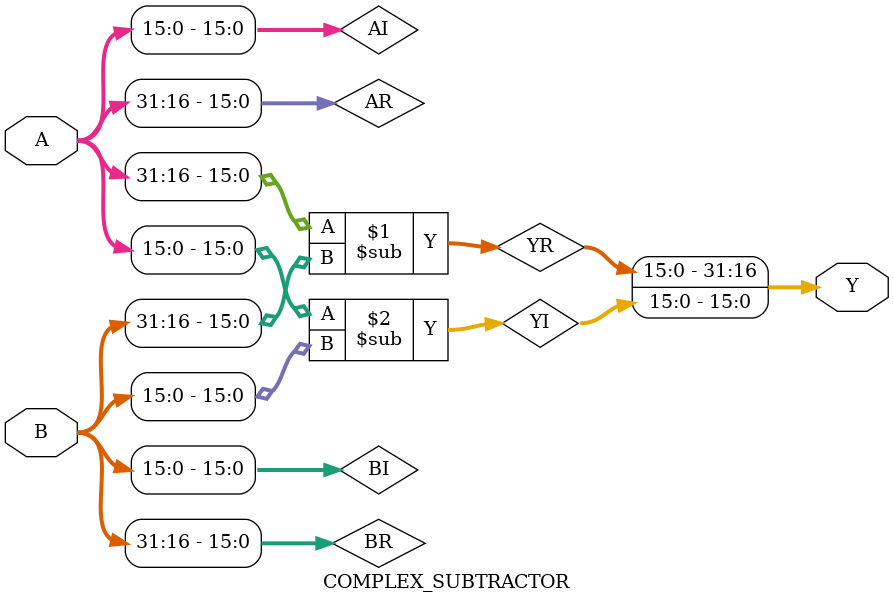
<source format=v>
module COMPLEX_SUBTRACTOR (
    input		[32-1: 0]		A,
	input		[32-1: 0]		B,
	output		[32-1: 0]		Y 
);
			    
wire signed [15:0] AR, AI, BR, BI, YR, YI;

assign {AR, AI} = A;
assign {BR, BI} = B;

assign YR = AR - BR;
assign YI = AI - BI;

assign Y = {YR, YI};

endmodule

</source>
